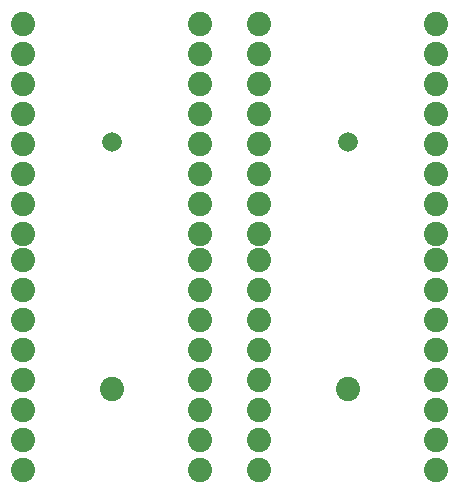
<source format=gts>
G04 (created by PCBNEW (2013-mar-13)-testing) date Mon 26 Aug 2013 08:21:07 AM PDT*
%MOIN*%
G04 Gerber Fmt 3.4, Leading zero omitted, Abs format*
%FSLAX34Y34*%
G01*
G70*
G90*
G04 APERTURE LIST*
%ADD10C,0.005906*%
%ADD11C,0.080748*%
%ADD12C,0.065748*%
G04 APERTURE END LIST*
G54D10*
G54D11*
X20669Y-20122D03*
X20669Y-21122D03*
X20669Y-22122D03*
X20669Y-23122D03*
X20669Y-24122D03*
X20669Y-25122D03*
X20669Y-26122D03*
X20669Y-27122D03*
X26574Y-27122D03*
X26574Y-26122D03*
X26574Y-25122D03*
X26574Y-24122D03*
X26574Y-23122D03*
X26574Y-22122D03*
X26574Y-21122D03*
X26574Y-20122D03*
X20669Y-27996D03*
X20669Y-28996D03*
X20669Y-29996D03*
X20669Y-30996D03*
X20669Y-31996D03*
X20669Y-32996D03*
X20669Y-33996D03*
X20669Y-34996D03*
X26574Y-34996D03*
X26574Y-33996D03*
X26574Y-32996D03*
X26574Y-31996D03*
X26574Y-30996D03*
X26574Y-29996D03*
X26574Y-28996D03*
X26574Y-27996D03*
X28543Y-20122D03*
X28543Y-21122D03*
X28543Y-22122D03*
X28543Y-23122D03*
X28543Y-24122D03*
X28543Y-25122D03*
X28543Y-26122D03*
X28543Y-27122D03*
X34448Y-27122D03*
X34448Y-26122D03*
X34448Y-25122D03*
X34448Y-24122D03*
X34448Y-23122D03*
X34448Y-22122D03*
X34448Y-21122D03*
X34448Y-20122D03*
X28543Y-27996D03*
X28543Y-28996D03*
X28543Y-29996D03*
X28543Y-30996D03*
X28543Y-31996D03*
X28543Y-32996D03*
X28543Y-33996D03*
X28543Y-34996D03*
X34448Y-34996D03*
X34448Y-33996D03*
X34448Y-32996D03*
X34448Y-31996D03*
X34448Y-30996D03*
X34448Y-29996D03*
X34448Y-28996D03*
X34448Y-27996D03*
G54D12*
X23622Y-24068D03*
G54D11*
X23622Y-32308D03*
G54D12*
X31496Y-24068D03*
G54D11*
X31496Y-32308D03*
M02*

</source>
